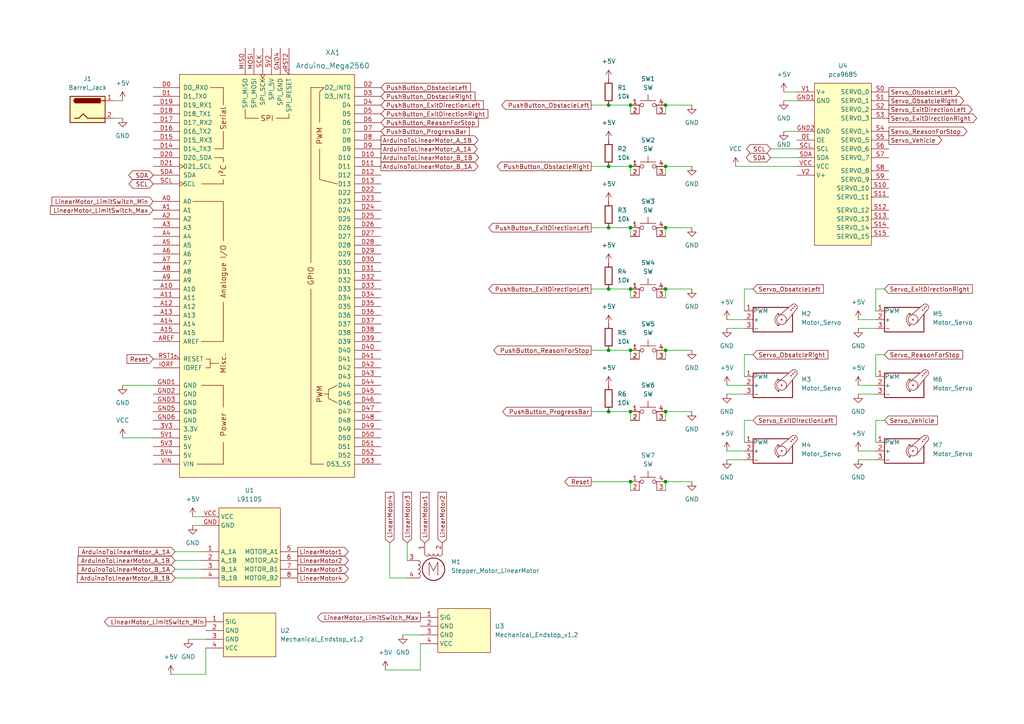
<source format=kicad_sch>
(kicad_sch (version 20211123) (generator eeschema)
  (paper "A4")
  (title_block (title "Tactile display for situation awareness") (date "2023-03-16") (rev "1.5"))
  (lib_symbols
    (symbol "Connector:Barrel_Jack" (pin_names (offset 1.016))
      (property "Reference" "J" (at 0 5.334 0))
      (property "Value" "Barrel_Jack" (at 0 -5.08 0))
      (symbol "Barrel_Jack_0_1"
        (rectangle (start -5.08 3.81) (end 5.08 -3.81) (stroke (width 0.254)) (fill (type background)))
        (arc (start -3.302 3.175) (mid -3.937 2.54) (end -3.302 1.905) (stroke (width 0.254)))
        (arc (start -3.302 3.175) (mid -3.937 2.54) (end -3.302 1.905) (stroke (width 0.254)) (fill (type outline)))
        (polyline (pts (xy 5.08 2.54) (xy 3.81 2.54)) (stroke (width 0.254)))
        (polyline (pts (xy -3.81 -2.54) (xy -2.54 -2.54) (xy -1.27 -1.27) (xy 0 -2.54) (xy 2.54 -2.54) (xy 5.08 -2.54)) (stroke (width 0.254)))
        (rectangle (start 3.683 3.175) (end -3.302 1.905) (stroke (width 0.254)) (fill (type outline)))
      )
      (symbol "Barrel_Jack_1_1"
        (pin passive line (at 7.62 2.54 180) (length 2.54) (name "~") (number "1"))
        (pin passive line (at 7.62 -2.54 180) (length 2.54) (name "~") (number "2"))
      )
    )
    (symbol "Device:R" (pin_numbers hide) (pin_names (offset 0))
      (property "Reference" "R" (at 2.032 0 90))
      (property "Value" "R" (at 0 0 90))
      (symbol "R_0_1"
        (rectangle (start -1.016 -2.54) (end 1.016 2.54) (stroke (width 0.254)))
      )
      (symbol "R_1_1"
        (pin passive line (at 0 3.81 270) (length 1.27) (name "~") (number "1"))
        (pin passive line (at 0 -3.81 90) (length 1.27) (name "~") (number "2"))
      )
    )
    (symbol "Motor:Motor_Servo" (pin_names (offset 0.0254))
      (property "Reference" "M" (at -5.08 4.445 0))
      (property "Value" "Motor_Servo" (at -5.08 -4.064 0))
      (symbol "Motor_Servo_0_1"
        (polyline (pts (xy 2.413 -1.778) (xy 2.032 -1.778)))
        (polyline (pts (xy 2.413 -1.778) (xy 2.286 -1.397)))
        (polyline (pts (xy 2.413 1.778) (xy 1.905 1.778)))
        (polyline (pts (xy 2.413 1.778) (xy 2.286 1.397)))
        (polyline (pts (xy 6.35 4.445) (xy 2.54 1.27)))
        (polyline (pts (xy 7.62 3.175) (xy 4.191 -1.016)))
        (polyline (pts (xy 5.08 3.556) (xy -5.08 3.556) (xy -5.08 -3.556) (xy 6.35 -3.556) (xy 6.35 1.524)) (stroke (width 0.254)))
        (arc (start 2.413 1.778) (mid 1.2406 0) (end 2.413 -1.778))
        (circle (center 3.175 0) (radius 0.1778))
        (circle (center 3.175 0) (radius 1.4224))
        (circle (center 5.969 2.794) (radius 0.127))
        (circle (center 6.477 3.302) (radius 0.127))
        (circle (center 6.985 3.81) (radius 0.127))
        (arc (start 7.62 3.175) (mid 7.4485 4.2735) (end 6.35 4.445))
      )
      (symbol "Motor_Servo_1_1"
        (pin passive line (at -7.62 2.54 0) (length 2.54) (name "PWM") (number "1"))
        (pin passive line (at -7.62 0 0) (length 2.54) (name "+") (number "2"))
        (pin passive line (at -7.62 -2.54 0) (length 2.54) (name "-") (number "3"))
      )
    )
    (symbol "Motor:Stepper_Motor_bipolar" (pin_names (offset 0) hide)
      (property "Reference" "M" (at 3.81 2.54 0))
      (property "Value" "Stepper_Motor_bipolar" (at 3.81 1.27 0))
      (symbol "Stepper_Motor_bipolar_0_0"
        (polyline (pts (xy -1.27 -1.778) (xy -1.27 2.032) (xy 0 -0.508) (xy 1.27 2.032) (xy 1.27 -1.778)))
      )
      (symbol "Stepper_Motor_bipolar_0_1"
        (arc (start -4.445 -2.54) (mid -3.81 -1.905) (end -4.445 -1.27))
        (arc (start -4.445 -1.27) (mid -3.81 -0.635) (end -4.445 0))
        (arc (start -4.445 0) (mid -3.81 0.635) (end -4.445 1.27))
        (arc (start -4.445 1.27) (mid -3.81 1.905) (end -4.445 2.54))
        (arc (start -2.54 4.445) (mid -1.905 3.81) (end -1.27 4.445))
        (arc (start -1.27 4.445) (mid -0.635 3.81) (end 0 4.445))
        (polyline (pts (xy -5.08 -2.54) (xy -4.445 -2.54)))
        (polyline (pts (xy -5.08 2.54) (xy -4.445 2.54)))
        (polyline (pts (xy -2.54 5.08) (xy -2.54 4.445)))
        (polyline (pts (xy 2.54 5.08) (xy 2.54 4.445)))
        (circle (center 0 0) (radius 3.2512) (stroke (width 0.254)))
        (arc (start 0 4.445) (mid 0.635 3.81) (end 1.27 4.445))
        (arc (start 1.27 4.445) (mid 1.905 3.81) (end 2.54 4.445))
      )
      (symbol "Stepper_Motor_bipolar_1_1"
        (pin passive line (at -2.54 7.62 270) (length 2.54) (name "~") (number "1"))
        (pin passive line (at 2.54 7.62 270) (length 2.54) (name "-") (number "2"))
        (pin passive line (at -7.62 2.54 0) (length 2.54) (name "~") (number "3"))
        (pin passive line (at -7.62 -2.54 0) (length 2.54) (name "~") (number "4"))
      )
    )
    (symbol "Tactile_Display_Symbol_Library:L9110S"
      (property "Reference" "U" (at 0 0 0))
      (property "Value" "L9110S" (at 0 0 0))
      (symbol "L9110S_0_1"
        (rectangle (start -8.89 -1.27) (end 8.89 -24.13) (fill (type background)))
      )
      (symbol "L9110S_1_1"
        (pin input line (at -13.97 -13.97 0) (length 5.08) (name "A_1A") (number "1"))
        (pin input line (at -13.97 -16.51 0) (length 5.08) (name "A_1B") (number "2"))
        (pin input line (at -13.97 -19.05 0) (length 5.08) (name "B_1A") (number "3"))
        (pin input line (at -13.97 -21.59 0) (length 5.08) (name "B_1B") (number "4"))
        (pin output line (at 13.97 -13.97 180) (length 5.08) (name "MOTOR_A1") (number "5"))
        (pin output line (at 13.97 -16.51 180) (length 5.08) (name "MOTOR_A2") (number "6"))
        (pin output line (at 13.97 -19.05 180) (length 5.08) (name "MOTOR_B1") (number "7"))
        (pin output line (at 13.97 -21.59 180) (length 5.08) (name "MOTOR_B2") (number "8"))
        (pin input line (at -13.97 -6.35 0) (length 5.08) (name "GND") (number "GND"))
        (pin input line (at -13.97 -3.81 0) (length 5.08) (name "VCC") (number "VCC"))
      )
    )
    (symbol "Tactile_Display_Symbol_Library:Mechanical_Endstop_v1.2"
      (property "Reference" "U" (at 0 0 0))
      (property "Value" "Mechanical_Endstop_v1.2" (at 0 0 0))
      (symbol "Mechanical_Endstop_v1.2_0_1"
        (rectangle (start -7.62 -2.54) (end 7.62 -15.24) (fill (type background)))
      )
      (symbol "Mechanical_Endstop_v1.2_1_1"
        (pin output line (at -12.7 -5.08 0) (length 5.08) (name "SIG") (number "1"))
        (pin input line (at -12.7 -7.62 0) (length 5.08) (name "GND") (number "2"))
        (pin input line (at -12.7 -10.16 0) (length 5.08) (name "GND") (number "3"))
        (pin input line (at -12.7 -12.7 0) (length 5.08) (name "VCC") (number "4"))
      )
    )
    (symbol "Tactile_Display_Symbol_Library:SW" (pin_names (offset 1.016) hide)
      (property "Reference" "SW" (at 0.635 5.715 0))
      (property "Value" "SW" (at 0 -3.175 0))
      (symbol "SW_0_1"
        (circle (center -1.778 2.54) (radius 0.508))
        (polyline (pts (xy -2.286 3.81) (xy 2.286 3.81)))
        (polyline (pts (xy 0 3.81) (xy 0 5.588)))
        (polyline (pts (xy -2.54 0) (xy -2.54 2.54) (xy -2.286 2.54)))
        (polyline (pts (xy 2.54 0) (xy 2.54 2.54) (xy 2.286 2.54)))
        (circle (center 1.778 2.54) (radius 0.508))
        (pin passive line (at -5.08 2.54 0) (length 2.54) (name "1") (number "1"))
        (pin passive line (at -5.08 0 0) (length 2.54) (name "2") (number "2"))
        (pin passive line (at 5.08 0 180) (length 2.54) (name "K") (number "3"))
        (pin passive line (at 5.08 2.54 180) (length 2.54) (name "A") (number "4"))
      )
    )
    (symbol "Tactile_Display_Symbol_Library:pca9685"
      (property "Reference" "U" (at 0 0 0))
      (property "Value" "pca9685" (at 0 0 0))
      (symbol "pca9685_0_1"
        (rectangle (start -7.62 -2.54) (end 8.89 -49.53) (fill (type background)))
      )
      (symbol "pca9685_1_1"
        (pin input line (at -12.7 -7.62 0) (length 5.08) (name "GND") (number "GND1"))
        (pin input line (at -12.7 -16.51 0) (length 5.08) (name "GND") (number "GND2"))
        (pin input line (at -12.7 -19.05 0) (length 5.08) (name "OE") (number "OE"))
        (pin output line (at 13.97 -5.08 180) (length 5.08) (name "SERVO_0") (number "S0"))
        (pin output line (at 13.97 -7.62 180) (length 5.08) (name "SERVO_1") (number "S1"))
        (pin output line (at 13.97 -33.02 180) (length 5.08) (name "SERVO_10") (number "S10"))
        (pin output line (at 13.97 -35.56 180) (length 5.08) (name "SERVO_11") (number "S11"))
        (pin output line (at 13.97 -39.37 180) (length 5.08) (name "SERVO_12") (number "S12"))
        (pin output line (at 13.97 -41.91 180) (length 5.08) (name "SERVO_13") (number "S13"))
        (pin output line (at 13.97 -44.45 180) (length 5.08) (name "SERVO_14") (number "S14"))
        (pin output line (at 13.97 -46.99 180) (length 5.08) (name "SERVO_15") (number "S15"))
        (pin output line (at 13.97 -10.16 180) (length 5.08) (name "SERVO_2") (number "S2"))
        (pin output line (at 13.97 -12.7 180) (length 5.08) (name "SERVO_3") (number "S3"))
        (pin output line (at 13.97 -16.51 180) (length 5.08) (name "SERVO_4") (number "S4"))
        (pin output line (at 13.97 -19.05 180) (length 5.08) (name "SERVO_5") (number "S5"))
        (pin output line (at 13.97 -21.59 180) (length 5.08) (name "SERVO_6") (number "S6"))
        (pin output line (at 13.97 -24.13 180) (length 5.08) (name "SERVO_7") (number "S7"))
        (pin output line (at 13.97 -27.94 180) (length 5.08) (name "SERVO_8") (number "S8"))
        (pin output line (at 13.97 -30.48 180) (length 5.08) (name "SERVO_9") (number "S9"))
        (pin input line (at -12.7 -21.59 0) (length 5.08) (name "SCL") (number "SCL"))
        (pin input line (at -12.7 -24.13 0) (length 5.08) (name "SDA") (number "SDA"))
        (pin input line (at -12.7 -5.08 0) (length 5.08) (name "V+") (number "V1"))
        (pin input line (at -12.7 -29.21 0) (length 5.08) (name "V+") (number "V2"))
        (pin input line (at -12.7 -26.67 0) (length 5.08) (name "VCC") (number "VCC"))
      )
    )
    (symbol "arduino:Arduino_Mega2560_Shield" (pin_names (offset 1.016))
      (property "Reference" "XA" (at 2.54 0 90))
      (property "Value" "Arduino_Mega2560_Shield" (at -2.54 0 90))
      (symbol "Arduino_Mega2560_Shield_0_0"
        (rectangle (start -25.4 -58.42) (end 25.4 58.42) (fill (type background)))
        (rectangle (start -20.32 -54.61) (end -12.7 -54.61))
        (rectangle (start -19.05 -31.75) (end -12.7 -31.75))
        (rectangle (start -19.05 -19.05) (end -12.7 -19.05))
        (rectangle (start -19.05 26.67) (end -12.7 26.67))
        (rectangle (start -17.78 -26.67) (end -16.51 -26.67))
        (rectangle (start -17.78 -24.13) (end -16.51 -24.13))
        (rectangle (start -16.51 -25.4) (end -13.97 -25.4))
        (rectangle (start -16.51 -24.13) (end -16.51 -26.67))
        (rectangle (start -16.51 54.61) (end -12.7 54.61))
        (rectangle (start -15.24 34.29) (end -12.7 34.29))
        (rectangle (start -15.24 36.83) (end -12.7 36.83))
        (rectangle (start -12.7 -54.61) (end -12.7 -48.26))
        (rectangle (start -12.7 -31.75) (end -12.7 -38.1))
        (rectangle (start -12.7 26.67) (end -12.7 27.94))
        (rectangle (start -12.7 34.29) (end -12.7 33.02))
        (rectangle (start -12.7 41.91) (end -12.7 36.83))
        (rectangle (start -12.7 49.53) (end -12.7 54.61))
        (rectangle (start -6.35 48.26) (end -6.35 45.72))
        (rectangle (start -2.54 45.72) (end -6.35 45.72))
        (polyline (pts (xy -21.59 21.59) (xy -12.7 21.59)))
        (polyline (pts (xy -12.7 -19.05) (xy -12.7 -7.62)))
        (polyline (pts (xy -12.7 10.16) (xy -12.7 21.59)))
        (polyline (pts (xy 12.7 -54.61) (xy 16.51 -54.61)))
        (polyline (pts (xy 12.7 54.61) (xy 16.51 54.61)))
        (polyline (pts (xy 17.78 -34.29) (xy 16.51 -34.29)))
        (polyline (pts (xy 15.24 36.83) (xy 15.24 27.94) (xy 20.32 26.67)))
        (polyline (pts (xy 15.24 44.45) (xy 15.24 53.34) (xy 16.51 54.61)))
        (polyline (pts (xy 20.32 -31.75) (xy 17.78 -33.02) (xy 17.78 -35.56) (xy 20.32 -36.83)))
        (rectangle (start 6.35 45.72) (end 2.54 45.72))
        (rectangle (start 6.35 46.99) (end 6.35 45.72))
        (text "Analogue I/O" (at -12.7 1.27 900) (effects (font (size 1.524 1.524))))
        (text "I²C" (at -12.7 30.48 900) (effects (font (size 1.524 1.524))))
        (text "Misc." (at -12.7 -25.4 900) (effects (font (size 1.524 1.524))))
        (text "Power" (at -12.7 -43.18 900) (effects (font (size 1.524 1.524))))
        (text "PWM" (at 15.24 -34.29 900) (effects (font (size 1.524 1.524))))
        (text "PWM" (at 15.24 40.64 900) (effects (font (size 1.524 1.524))))
        (text "Serial" (at -12.7 45.72 900) (effects (font (size 1.524 1.524))))
        (text "SPI" (at 0 45.72 0) (effects (font (size 1.524 1.524))))
      )
      (symbol "Arduino_Mega2560_Shield_1_0"
        (rectangle (start 12.7 -54.61) (end 12.7 -3.81))
        (rectangle (start 12.7 54.61) (end 12.7 3.81))
        (text "GPIO" (at 12.7 0 900) (effects (font (size 1.524 1.524))))
      )
      (symbol "Arduino_Mega2560_Shield_1_1"
        (pin power_out line (at -33.02 -44.45 0) (length 7.62) (name "3.3V") (number "3V3"))
        (pin power_in line (at -33.02 -46.99 0) (length 7.62) (name "5V") (number "5V1"))
        (pin power_in line (at 1.27 66.04 270) (length 7.62) (name "SPI_5V") (number "5V2"))
        (pin power_in line (at -33.02 -49.53 0) (length 7.62) (name "5V") (number "5V3"))
        (pin power_in line (at -33.02 -52.07 0) (length 7.62) (name "5V") (number "5V4"))
        (pin bidirectional line (at -33.02 21.59 0) (length 7.62) (name "A0") (number "A0"))
        (pin bidirectional line (at -33.02 19.05 0) (length 7.62) (name "A1") (number "A1"))
        (pin bidirectional line (at -33.02 -3.81 0) (length 7.62) (name "A10") (number "A10"))
        (pin bidirectional line (at -33.02 -6.35 0) (length 7.62) (name "A11") (number "A11"))
        (pin bidirectional line (at -33.02 -8.89 0) (length 7.62) (name "A12") (number "A12"))
        (pin bidirectional line (at -33.02 -11.43 0) (length 7.62) (name "A13") (number "A13"))
        (pin bidirectional line (at -33.02 -13.97 0) (length 7.62) (name "A14") (number "A14"))
        (pin bidirectional line (at -33.02 -16.51 0) (length 7.62) (name "A15") (number "A15"))
        (pin bidirectional line (at -33.02 16.51 0) (length 7.62) (name "A2") (number "A2"))
        (pin bidirectional line (at -33.02 13.97 0) (length 7.62) (name "A3") (number "A3"))
        (pin bidirectional line (at -33.02 11.43 0) (length 7.62) (name "A4") (number "A4"))
        (pin bidirectional line (at -33.02 8.89 0) (length 7.62) (name "A5") (number "A5"))
        (pin bidirectional line (at -33.02 6.35 0) (length 7.62) (name "A6") (number "A6"))
        (pin bidirectional line (at -33.02 3.81 0) (length 7.62) (name "A7") (number "A7"))
        (pin bidirectional line (at -33.02 1.27 0) (length 7.62) (name "A8") (number "A8"))
        (pin bidirectional line (at -33.02 -1.27 0) (length 7.62) (name "A9") (number "A9"))
        (pin input line (at -33.02 -19.05 0) (length 7.62) (name "AREF") (number "AREF"))
        (pin bidirectional line (at -33.02 54.61 0) (length 7.62) (name "D0_RX0") (number "D0"))
        (pin bidirectional line (at -33.02 52.07 0) (length 7.62) (name "D1_TX0") (number "D1"))
        (pin bidirectional line (at 33.02 34.29 180) (length 7.62) (name "D10") (number "D10"))
        (pin bidirectional line (at 33.02 31.75 180) (length 7.62) (name "D11") (number "D11"))
        (pin bidirectional line (at 33.02 29.21 180) (length 7.62) (name "D12") (number "D12"))
        (pin bidirectional line (at 33.02 26.67 180) (length 7.62) (name "D13") (number "D13"))
        (pin bidirectional line (at -33.02 36.83 0) (length 7.62) (name "D14_TX3") (number "D14"))
        (pin bidirectional line (at -33.02 39.37 0) (length 7.62) (name "D15_RX3") (number "D15"))
        (pin bidirectional line (at -33.02 41.91 0) (length 7.62) (name "D16_TX2") (number "D16"))
        (pin bidirectional line (at -33.02 44.45 0) (length 7.62) (name "D17_RX2") (number "D17"))
        (pin bidirectional line (at -33.02 46.99 0) (length 7.62) (name "D18_TX1") (number "D18"))
        (pin bidirectional line (at -33.02 49.53 0) (length 7.62) (name "D19_RX1") (number "D19"))
        (pin bidirectional line (at 33.02 54.61 180) (length 7.62) (name "D2_INT0") (number "D2"))
        (pin bidirectional line (at -33.02 34.29 0) (length 7.62) (name "D20_SDA") (number "D20"))
        (pin bidirectional clock (at -33.02 31.75 0) (length 7.62) (name "D21_SCL") (number "D21"))
        (pin bidirectional line (at 33.02 24.13 180) (length 7.62) (name "D22") (number "D22"))
        (pin bidirectional line (at 33.02 21.59 180) (length 7.62) (name "D23") (number "D23"))
        (pin bidirectional line (at 33.02 19.05 180) (length 7.62) (name "D24") (number "D24"))
        (pin bidirectional line (at 33.02 16.51 180) (length 7.62) (name "D25") (number "D25"))
        (pin bidirectional line (at 33.02 13.97 180) (length 7.62) (name "D26") (number "D26"))
        (pin bidirectional line (at 33.02 11.43 180) (length 7.62) (name "D27") (number "D27"))
        (pin bidirectional line (at 33.02 8.89 180) (length 7.62) (name "D28") (number "D28"))
        (pin bidirectional line (at 33.02 6.35 180) (length 7.62) (name "D29") (number "D29"))
        (pin bidirectional line (at 33.02 52.07 180) (length 7.62) (name "D3_INT1") (number "D3"))
        (pin bidirectional line (at 33.02 3.81 180) (length 7.62) (name "D30") (number "D30"))
        (pin bidirectional line (at 33.02 1.27 180) (length 7.62) (name "D31") (number "D31"))
        (pin bidirectional line (at 33.02 -1.27 180) (length 7.62) (name "D32") (number "D32"))
        (pin bidirectional line (at 33.02 -3.81 180) (length 7.62) (name "D33") (number "D33"))
        (pin bidirectional line (at 33.02 -6.35 180) (length 7.62) (name "D34") (number "D34"))
        (pin bidirectional line (at 33.02 -8.89 180) (length 7.62) (name "D35") (number "D35"))
        (pin bidirectional line (at 33.02 -11.43 180) (length 7.62) (name "D36") (number "D36"))
        (pin bidirectional line (at 33.02 -13.97 180) (length 7.62) (name "D37") (number "D37"))
        (pin bidirectional line (at 33.02 -16.51 180) (length 7.62) (name "D38") (number "D38"))
        (pin bidirectional line (at 33.02 -19.05 180) (length 7.62) (name "D39") (number "D39"))
        (pin bidirectional line (at 33.02 49.53 180) (length 7.62) (name "D4") (number "D4"))
        (pin bidirectional line (at 33.02 -21.59 180) (length 7.62) (name "D40") (number "D40"))
        (pin bidirectional line (at 33.02 -24.13 180) (length 7.62) (name "D41") (number "D41"))
        (pin bidirectional line (at 33.02 -26.67 180) (length 7.62) (name "D42") (number "D42"))
        (pin bidirectional line (at 33.02 -29.21 180) (length 7.62) (name "D43") (number "D43"))
        (pin bidirectional line (at 33.02 -31.75 180) (length 7.62) (name "D44") (number "D44"))
        (pin bidirectional line (at 33.02 -34.29 180) (length 7.62) (name "D45") (number "D45"))
        (pin bidirectional line (at 33.02 -36.83 180) (length 7.62) (name "D46") (number "D46"))
        (pin bidirectional line (at 33.02 -39.37 180) (length 7.62) (name "D47") (number "D47"))
        (pin bidirectional line (at 33.02 -41.91 180) (length 7.62) (name "D48") (number "D48"))
        (pin bidirectional line (at 33.02 -44.45 180) (length 7.62) (name "D49") (number "D49"))
        (pin bidirectional line (at 33.02 46.99 180) (length 7.62) (name "D5") (number "D5"))
        (pin bidirectional line (at 33.02 -46.99 180) (length 7.62) (name "D50") (number "D50"))
        (pin bidirectional line (at 33.02 -49.53 180) (length 7.62) (name "D51") (number "D51"))
        (pin bidirectional line (at 33.02 -52.07 180) (length 7.62) (name "D52") (number "D52"))
        (pin bidirectional line (at 33.02 -54.61 180) (length 7.62) (name "D53_SS") (number "D53"))
        (pin bidirectional line (at 33.02 44.45 180) (length 7.62) (name "D6") (number "D6"))
        (pin bidirectional line (at 33.02 41.91 180) (length 7.62) (name "D7") (number "D7"))
        (pin bidirectional line (at 33.02 39.37 180) (length 7.62) (name "D8") (number "D8"))
        (pin bidirectional line (at 33.02 36.83 180) (length 7.62) (name "D9") (number "D9"))
        (pin power_in line (at -33.02 -31.75 0) (length 7.62) (name "GND") (number "GND1"))
        (pin power_in line (at -33.02 -34.29 0) (length 7.62) (name "GND") (number "GND2"))
        (pin power_in line (at -33.02 -36.83 0) (length 7.62) (name "GND") (number "GND3"))
        (pin power_in line (at 3.81 66.04 270) (length 7.62) (name "SPI_GND") (number "GND4"))
        (pin power_in line (at -33.02 -39.37 0) (length 7.62) (name "GND") (number "GND5"))
        (pin power_in line (at -33.02 -41.91 0) (length 7.62) (name "GND") (number "GND6"))
        (pin output line (at -33.02 -26.67 0) (length 7.62) (name "IOREF") (number "IORF"))
        (pin input line (at -6.35 66.04 270) (length 7.62) (name "SPI_MISO") (number "MISO"))
        (pin output line (at -3.81 66.04 270) (length 7.62) (name "SPI_MOSI") (number "MOSI"))
        (pin open_collector input_low (at -33.02 -24.13 0) (length 7.62) (name "RESET") (number "RST1"))
        (pin open_collector input_low (at 6.35 66.04 270) (length 7.62) (name "SPI_RESET") (number "RST2"))
        (pin output clock (at -1.27 66.04 270) (length 7.62) (name "SPI_SCK") (number "SCK"))
        (pin bidirectional clock (at -33.02 26.67 0) (length 7.62) (name "SCL") (number "SCL"))
        (pin bidirectional line (at -33.02 29.21 0) (length 7.62) (name "SDA") (number "SDA"))
        (pin power_in line (at -33.02 -54.61 0) (length 7.62) (name "VIN") (number "VIN"))
      )
    )
    (symbol "power:+5V" (power) (pin_names (offset 0))
      (property "Value" "+5V" (at 0 3.556 0))
      (symbol "+5V_0_1"
        (polyline (pts (xy -0.762 1.27) (xy 0 2.54)))
        (polyline (pts (xy 0 0) (xy 0 2.54)))
        (polyline (pts (xy 0 2.54) (xy 0.762 1.27)))
      )
      (symbol "+5V_1_1"
        (pin power_in line (at 0 0 90) (length 0) hide (name "+5V") (number "1"))
      )
    )
    (symbol "power:GND" (power) (pin_names (offset 0))
      (property "Value" "GND" (at 0 -3.81 0))
      (symbol "GND_0_1"
        (polyline (pts (xy 0 0) (xy 0 -1.27) (xy 1.27 -1.27) (xy 0 -2.54) (xy -1.27 -1.27) (xy 0 -1.27)))
      )
      (symbol "GND_1_1"
        (pin power_in line (at 0 0 270) (length 0) hide (name "GND") (number "1"))
      )
    )
    (symbol "power:VCC" (power) (pin_names (offset 0))
      (property "Value" "VCC" (at 0 3.81 0))
      (symbol "VCC_0_1"
        (polyline (pts (xy -0.762 1.27) (xy 0 2.54)))
        (polyline (pts (xy 0 0) (xy 0 2.54)))
        (polyline (pts (xy 0 2.54) (xy 0.762 1.27)))
      )
      (symbol "VCC_1_1"
        (pin power_in line (at 0 0 90) (length 0) hide (name "VCC") (number "1"))
      )
    )
  )
  (junction (at 176.53 101.6))
  (junction (at 193.04 66.04))
  (junction (at 176.53 66.04))
  (junction (at 182.88 139.7))
  (junction (at 176.53 119.38))
  (junction (at 176.53 83.82))
  (junction (at 182.88 119.38))
  (junction (at 193.04 119.38))
  (junction (at 182.88 83.82))
  (junction (at 182.88 101.6))
  (junction (at 193.04 83.82))
  (junction (at 182.88 48.26))
  (junction (at 176.53 30.48))
  (junction (at 182.88 30.48))
  (junction (at 182.88 66.04))
  (junction (at 193.04 139.7))
  (junction (at 193.04 48.26))
  (junction (at 176.53 48.26))
  (junction (at 193.04 101.6))
  (junction (at 193.04 30.48))
  (wire (pts (xy 176.53 48.26) (xy 182.88 48.26)))
  (wire (pts (xy 176.53 83.82) (xy 182.88 83.82)))
  (wire (pts (xy 248.92 92.71) (xy 254 92.71)))
  (wire (pts (xy 215.9 121.92) (xy 218.44 121.92)))
  (wire (pts (xy 248.92 133.35) (xy 254 133.35)))
  (wire (pts (xy 33.02 29.21) (xy 35.56 29.21)))
  (wire (pts (xy 59.69 195.58) (xy 49.53 195.58)))
  (wire (pts (xy 176.53 101.6) (xy 182.88 101.6)))
  (wire (pts (xy 193.04 50.8) (xy 193.04 48.26)))
  (wire (pts (xy 121.92 186.69) (xy 121.92 194.31)))
  (wire (pts (xy 193.04 119.38) (xy 200.66 119.38)))
  (wire (pts (xy 193.04 104.14) (xy 193.04 101.6)))
  (wire (pts (xy 254 121.92) (xy 256.54 121.92)))
  (wire (pts (xy 210.82 133.35) (xy 215.9 133.35)))
  (wire (pts (xy 33.02 34.29) (xy 35.56 34.29)))
  (wire (pts (xy 50.8 167.64) (xy 58.42 167.64)))
  (wire (pts (xy 182.88 66.04) (xy 182.88 68.58)))
  (wire (pts (xy 248.92 130.81) (xy 254 130.81)))
  (wire (pts (xy 35.56 127) (xy 44.45 127)))
  (wire (pts (xy 171.45 119.38) (xy 176.53 119.38)))
  (wire (pts (xy 193.04 66.04) (xy 200.66 66.04)))
  (wire (pts (xy 193.04 86.36) (xy 193.04 83.82)))
  (wire (pts (xy 54.61 185.42) (xy 59.69 185.42)))
  (wire (pts (xy 121.92 194.31) (xy 111.76 194.31)))
  (wire (pts (xy 113.03 157.48) (xy 113.03 167.64)))
  (wire (pts (xy 223.52 43.18) (xy 231.14 43.18)))
  (wire (pts (xy 193.04 30.48) (xy 200.66 30.48)))
  (wire (pts (xy 171.45 48.26) (xy 176.53 48.26)))
  (wire (pts (xy 55.88 152.4) (xy 58.42 152.4)))
  (wire (pts (xy 223.52 45.72) (xy 231.14 45.72)))
  (wire (pts (xy 210.82 114.3) (xy 215.9 114.3)))
  (wire (pts (xy 50.8 162.56) (xy 58.42 162.56)))
  (wire (pts (xy 210.82 95.25) (xy 215.9 95.25)))
  (wire (pts (xy 182.88 30.48) (xy 182.88 33.02)))
  (wire (pts (xy 193.04 101.6) (xy 200.66 101.6)))
  (wire (pts (xy 176.53 66.04) (xy 182.88 66.04)))
  (wire (pts (xy 227.33 38.1) (xy 231.14 38.1)))
  (wire (pts (xy 171.45 139.7) (xy 182.88 139.7)))
  (wire (pts (xy 113.03 167.64) (xy 118.11 167.64)))
  (wire (pts (xy 171.45 101.6) (xy 176.53 101.6)))
  (wire (pts (xy 182.88 101.6) (xy 182.88 104.14)))
  (wire (pts (xy 118.11 157.48) (xy 118.11 162.56)))
  (wire (pts (xy 215.9 128.27) (xy 215.9 121.92)))
  (wire (pts (xy 248.92 95.25) (xy 254 95.25)))
  (wire (pts (xy 193.04 83.82) (xy 200.66 83.82)))
  (wire (pts (xy 171.45 30.48) (xy 176.53 30.48)))
  (wire (pts (xy 215.9 102.87) (xy 218.44 102.87)))
  (wire (pts (xy 254 128.27) (xy 254 121.92)))
  (wire (pts (xy 182.88 119.38) (xy 182.88 121.92)))
  (wire (pts (xy 50.8 165.1) (xy 58.42 165.1)))
  (wire (pts (xy 254 90.17) (xy 254 83.82)))
  (wire (pts (xy 182.88 83.82) (xy 182.88 86.36)))
  (wire (pts (xy 215.9 83.82) (xy 218.44 83.82)))
  (wire (pts (xy 215.9 90.17) (xy 215.9 83.82)))
  (wire (pts (xy 116.84 184.15) (xy 121.92 184.15)))
  (wire (pts (xy 176.53 119.38) (xy 182.88 119.38)))
  (wire (pts (xy 210.82 130.81) (xy 215.9 130.81)))
  (wire (pts (xy 193.04 68.58) (xy 193.04 66.04)))
  (wire (pts (xy 55.88 149.86) (xy 58.42 149.86)))
  (wire (pts (xy 35.56 111.76) (xy 44.45 111.76)))
  (wire (pts (xy 171.45 83.82) (xy 176.53 83.82)))
  (wire (pts (xy 210.82 92.71) (xy 215.9 92.71)))
  (wire (pts (xy 193.04 48.26) (xy 200.66 48.26)))
  (wire (pts (xy 193.04 33.02) (xy 193.04 30.48)))
  (wire (pts (xy 227.33 26.67) (xy 231.14 26.67)))
  (wire (pts (xy 254 102.87) (xy 256.54 102.87)))
  (wire (pts (xy 182.88 139.7) (xy 182.88 142.24)))
  (wire (pts (xy 50.8 160.02) (xy 58.42 160.02)))
  (wire (pts (xy 193.04 121.92) (xy 193.04 119.38)))
  (wire (pts (xy 171.45 66.04) (xy 176.53 66.04)))
  (wire (pts (xy 59.69 187.96) (xy 59.69 195.58)))
  (wire (pts (xy 254 83.82) (xy 256.54 83.82)))
  (wire (pts (xy 215.9 109.22) (xy 215.9 102.87)))
  (wire (pts (xy 193.04 139.7) (xy 200.66 139.7)))
  (wire (pts (xy 254 109.22) (xy 254 102.87)))
  (wire (pts (xy 227.33 29.21) (xy 231.14 29.21)))
  (wire (pts (xy 213.36 48.26) (xy 231.14 48.26)))
  (wire (pts (xy 182.88 48.26) (xy 182.88 50.8)))
  (wire (pts (xy 193.04 142.24) (xy 193.04 139.7)))
  (wire (pts (xy 248.92 114.3) (xy 254 114.3)))
  (wire (pts (xy 248.92 111.76) (xy 254 111.76)))
  (wire (pts (xy 176.53 30.48) (xy 182.88 30.48)))
  (wire (pts (xy 210.82 111.76) (xy 215.9 111.76)))
  (global_label "Servo_ExitDirectionLeft" (shape output) (at 257.81 31.75 0) (property "Intersheet References" "${INTERSHEET_REFS}" (effects hide)))
  (global_label "PushButton_ObstacleRight" (shape input) (at 110.49 27.94 0) (property "Intersheet References" "${INTERSHEET_REFS}" (effects hide)))
  (global_label "SDA" (shape bidirectional) (at 223.52 45.72 180) (property "Intersheet References" "${INTERSHEET_REFS}" (effects hide)))
  (global_label "LinearMotor_LimitSwitch_Max" (shape input) (at 44.45 60.96 180) (property "Intersheet References" "${INTERSHEET_REFS}" (effects hide)))
  (global_label "PushButton_ExitDirectionLeft" (shape output) (at 171.45 83.82 180) (property "Intersheet References" "${INTERSHEET_REFS}" (effects hide)))
  (global_label "Reset" (shape output) (at 171.45 139.7 180) (property "Intersheet References" "${INTERSHEET_REFS}" (effects hide)))
  (global_label "LinearMotor2" (shape input) (at 128.27 157.48 90) (property "Intersheet References" "${INTERSHEET_REFS}" (effects hide)))
  (global_label "Servo_ObsatcleLeft" (shape input) (at 218.44 83.82 0) (property "Intersheet References" "${INTERSHEET_REFS}" (effects hide)))
  (global_label "LinearMotor_LimitSwitch_Min" (shape input) (at 44.45 58.42 180) (property "Intersheet References" "${INTERSHEET_REFS}" (effects hide)))
  (global_label "LinearMotor2" (shape output) (at 86.36 162.56 0) (property "Intersheet References" "${INTERSHEET_REFS}" (effects hide)))
  (global_label "LinearMotor_LimitSwitch_Max" (shape output) (at 121.92 179.07 180) (property "Intersheet References" "${INTERSHEET_REFS}" (effects hide)))
  (global_label "PushButton_ReasonForStop" (shape output) (at 171.45 101.6 180) (property "Intersheet References" "${INTERSHEET_REFS}" (effects hide)))
  (global_label "LinearMotor1" (shape output) (at 86.36 160.02 0) (property "Intersheet References" "${INTERSHEET_REFS}" (effects hide)))
  (global_label "LinearMotor4" (shape output) (at 86.36 167.64 0) (property "Intersheet References" "${INTERSHEET_REFS}" (effects hide)))
  (global_label "PushButton_ExitDirectionLeft" (shape output) (at 171.45 66.04 180) (property "Intersheet References" "${INTERSHEET_REFS}" (effects hide)))
  (global_label "PushButton_ObstacleRight" (shape output) (at 171.45 48.26 180) (property "Intersheet References" "${INTERSHEET_REFS}" (effects hide)))
  (global_label "PushButton_ExitDirectionLeft" (shape input) (at 110.49 30.48 0) (property "Intersheet References" "${INTERSHEET_REFS}" (effects hide)))
  (global_label "ArduinoToLinearMotor_A_1B" (shape output) (at 110.49 40.64 0) (property "Intersheet References" "${INTERSHEET_REFS}" (effects hide)))
  (global_label "Servo_ExitDirectionLeft" (shape input) (at 218.44 121.92 0) (property "Intersheet References" "${INTERSHEET_REFS}" (effects hide)))
  (global_label "Servo_ReasonForStop" (shape input) (at 256.54 102.87 0) (property "Intersheet References" "${INTERSHEET_REFS}" (effects hide)))
  (global_label "Servo_ReasonForStop" (shape output) (at 257.81 38.1 0) (property "Intersheet References" "${INTERSHEET_REFS}" (effects hide)))
  (global_label "LinearMotor1" (shape input) (at 123.19 157.48 90) (property "Intersheet References" "${INTERSHEET_REFS}" (effects hide)))
  (global_label "PushButton_ReasonForStop" (shape input) (at 110.49 35.56 0) (property "Intersheet References" "${INTERSHEET_REFS}" (effects hide)))
  (global_label "LinearMotor4" (shape input) (at 113.03 157.48 90) (property "Intersheet References" "${INTERSHEET_REFS}" (effects hide)))
  (global_label "LinearMotor3" (shape input) (at 118.11 157.48 90) (property "Intersheet References" "${INTERSHEET_REFS}" (effects hide)))
  (global_label "Servo_ObsatcleLeft" (shape output) (at 257.81 26.67 0) (property "Intersheet References" "${INTERSHEET_REFS}" (effects hide)))
  (global_label "PushButton_ExitDirectionRight" (shape input) (at 110.49 33.02 0) (property "Intersheet References" "${INTERSHEET_REFS}" (effects hide)))
  (global_label "ArduinoToLinearMotor_B_1A" (shape input) (at 50.8 165.1 180) (property "Intersheet References" "${INTERSHEET_REFS}" (effects hide)))
  (global_label "LinearMotor3" (shape output) (at 86.36 165.1 0) (property "Intersheet References" "${INTERSHEET_REFS}" (effects hide)))
  (global_label "PushButton_ProgressBar" (shape output) (at 171.45 119.38 180) (property "Intersheet References" "${INTERSHEET_REFS}" (effects hide)))
  (global_label "ArduinoToLinearMotor_B_1B" (shape input) (at 50.8 167.64 180) (property "Intersheet References" "${INTERSHEET_REFS}" (effects hide)))
  (global_label "ArduinoToLinearMotor_B_1B" (shape output) (at 110.49 45.72 0) (property "Intersheet References" "${INTERSHEET_REFS}" (effects hide)))
  (global_label "Servo_Vehicle" (shape input) (at 256.54 121.92 0) (property "Intersheet References" "${INTERSHEET_REFS}" (effects hide)))
  (global_label "PushButton_ObstacleLeft" (shape output) (at 171.45 30.48 180) (property "Intersheet References" "${INTERSHEET_REFS}" (effects hide)))
  (global_label "PushButton_ProgressBar" (shape input) (at 110.49 38.1 0) (property "Intersheet References" "${INTERSHEET_REFS}" (effects hide)))
  (global_label "Servo_ObsatcleRight" (shape output) (at 257.81 29.21 0) (property "Intersheet References" "${INTERSHEET_REFS}" (effects hide)))
  (global_label "Servo_Vehicle" (shape output) (at 257.81 40.64 0) (property "Intersheet References" "${INTERSHEET_REFS}" (effects hide)))
  (global_label "PushButton_ObstacleLeft" (shape input) (at 110.49 25.4 0) (property "Intersheet References" "${INTERSHEET_REFS}" (effects hide)))
  (global_label "Servo_ExitDirectionRight" (shape output) (at 257.81 34.29 0) (property "Intersheet References" "${INTERSHEET_REFS}" (effects hide)))
  (global_label "ArduinoToLinearMotor_B_1A" (shape output) (at 110.49 48.26 0) (property "Intersheet References" "${INTERSHEET_REFS}" (effects hide)))
  (global_label "ArduinoToLinearMotor_A_1A" (shape input) (at 50.8 160.02 180) (property "Intersheet References" "${INTERSHEET_REFS}" (effects hide)))
  (global_label "Servo_ObsatcleRight" (shape input) (at 218.44 102.87 0) (property "Intersheet References" "${INTERSHEET_REFS}" (effects hide)))
  (global_label "Servo_ExitDirectionRight" (shape input) (at 256.54 83.82 0) (property "Intersheet References" "${INTERSHEET_REFS}" (effects hide)))
  (global_label "ArduinoToLinearMotor_A_1A" (shape output) (at 110.49 43.18 0) (property "Intersheet References" "${INTERSHEET_REFS}" (effects hide)))
  (global_label "ArduinoToLinearMotor_A_1B" (shape input) (at 50.8 162.56 180) (property "Intersheet References" "${INTERSHEET_REFS}" (effects hide)))
  (global_label "SCL" (shape bidirectional) (at 44.45 53.34 180) (property "Intersheet References" "${INTERSHEET_REFS}" (effects hide)))
  (global_label "Reset" (shape input) (at 44.45 104.14 180) (property "Intersheet References" "${INTERSHEET_REFS}" (effects hide)))
  (global_label "LinearMotor_LimitSwitch_Min" (shape output) (at 59.69 180.34 180) (property "Intersheet References" "${INTERSHEET_REFS}" (effects hide)))
  (global_label "SCL" (shape bidirectional) (at 223.52 43.18 180) (property "Intersheet References" "${INTERSHEET_REFS}" (effects hide)))
  (global_label "SDA" (shape bidirectional) (at 44.45 50.8 180) (property "Intersheet References" "${INTERSHEET_REFS}" (effects hide)))
  (symbol (lib_id "power:GND") (at 248.92 95.25 0) (unit 1)
    (property "Reference" "#PWR034" (effects hide))
    (property "Value" "GND" (at 248.92 100.33 0))
  )
  (symbol (lib_id "Tactile_Display_Symbol_Library:L9110S") (at 72.39 146.05 0) (unit 1)
    (property "Reference" "U1" (at 72.39 142.24 0))
    (property "Value" "L9110S" (at 72.39 144.78 0))
  )
  (symbol (lib_id "Connector:Barrel_Jack") (at 25.4 31.75 0) (unit 1)
    (property "Reference" "J1" (at 25.4 22.86 0))
    (property "Value" "Barrel_Jack" (at 25.4 25.4 0))
  )
  (symbol (lib_id "power:+5V") (at 35.56 29.21 0) (unit 1)
    (property "Reference" "#PWR01" (effects hide))
    (property "Value" "+5V" (at 35.56 24.13 0))
  )
  (symbol (lib_id "power:VCC") (at 35.56 127 0) (unit 1)
    (property "Reference" "#PWR04" (effects hide))
    (property "Value" "VCC" (at 35.56 121.92 0))
  )
  (symbol (lib_id "power:+5V") (at 176.53 22.86 0) (unit 1)
    (property "Reference" "#PWR011" (effects hide))
    (property "Value" "+5V" (at 176.53 17.78 0))
  )
  (symbol (lib_id "Tactile_Display_Symbol_Library:SW") (at 187.96 50.8 0) (unit 1)
    (property "Reference" "SW2" (at 187.96 40.64 0))
    (property "Value" "SW" (at 187.96 43.18 0))
  )
  (symbol (lib_id "power:+5V") (at 176.53 58.42 0) (unit 1)
    (property "Reference" "#PWR013" (effects hide))
    (property "Value" "+5V" (at 176.53 53.34 0))
  )
  (symbol (lib_id "power:+5V") (at 49.53 195.58 0) (unit 1)
    (property "Reference" "#PWR05" (effects hide))
    (property "Value" "+5V" (at 49.53 190.5 0))
  )
  (symbol (lib_id "Device:R") (at 176.53 80.01 0) (unit 1)
    (property "Reference" "R4" (at 179.07 78.7399 0) (effects (justify left)))
    (property "Value" "10k" (at 179.07 81.2799 0) (effects (justify left)))
  )
  (symbol (lib_id "Tactile_Display_Symbol_Library:SW") (at 187.96 142.24 0) (unit 1)
    (property "Reference" "SW7" (at 187.96 132.08 0))
    (property "Value" "SW" (at 187.96 134.62 0))
  )
  (symbol (lib_id "power:+5V") (at 210.82 130.81 0) (unit 1)
    (property "Reference" "#PWR027" (effects hide))
    (property "Value" "+5V" (at 210.82 125.73 0))
  )
  (symbol (lib_id "Tactile_Display_Symbol_Library:SW") (at 187.96 33.02 0) (unit 1)
    (property "Reference" "SW1" (at 187.96 22.86 0))
    (property "Value" "SW" (at 187.96 25.4 0))
  )
  (symbol (lib_id "arduino:Arduino_Mega2560_Shield") (at 77.47 80.01 0) (unit 1)
    (property "Reference" "XA1" (at 96.52 15.24 0) (effects (font (size 1.524 1.524))))
    (property "Value" "Arduino_Mega2560" (at 96.52 19.05 0) (effects (font (size 1.524 1.524))))
    (property "Footprint" "Arduino_Library:Arduino_Mega2560_Shield" (effects hide))
    (property "Datasheet" "https://store.arduino.cc/products/arduino-mega-2560-rev3" (effects hide))
  )
  (symbol (lib_id "power:GND") (at 248.92 133.35 0) (unit 1)
    (property "Reference" "#PWR038" (effects hide))
    (property "Value" "GND" (at 248.92 138.43 0))
  )
  (symbol (lib_id "power:GND") (at 227.33 29.21 0) (unit 1)
    (property "Reference" "#PWR031" (effects hide))
    (property "Value" "GND" (at 227.33 34.29 0))
  )
  (symbol (lib_id "power:GND") (at 210.82 114.3 0) (unit 1)
    (property "Reference" "#PWR026" (effects hide))
    (property "Value" "GND" (at 210.82 119.38 0))
  )
  (symbol (lib_id "power:+5V") (at 111.76 194.31 0) (unit 1)
    (property "Reference" "#PWR09" (effects hide))
    (property "Value" "+5V" (at 111.76 189.23 0))
  )
  (symbol (lib_id "Motor:Stepper_Motor_bipolar") (at 125.73 165.1 0) (unit 1)
    (property "Reference" "M1" (at 130.81 162.979 0) (effects (justify left)))
    (property "Value" "Stepper_Motor_LinearMotor" (at 130.81 165.519 0) (effects (justify left)))
    (property "Datasheet" "http://www.infineon.com/dgdl/Application-Note-TLE8110EE_driving_UniPolarStepperMotor_V1.1.pdf?fileId=db3a30431be39b97011be5d0aa0a00b0" (effects hide))
  )
  (symbol (lib_id "power:GND") (at 227.33 38.1 0) (unit 1)
    (property "Reference" "#PWR032" (effects hide))
    (property "Value" "GND" (at 227.33 41.91 0))
  )
  (symbol (lib_id "power:GND") (at 200.66 119.38 0) (unit 1)
    (property "Reference" "#PWR022" (effects hide))
    (property "Value" "GND" (at 200.66 124.46 0))
  )
  (symbol (lib_id "power:GND") (at 200.66 66.04 0) (unit 1)
    (property "Reference" "#PWR019" (effects hide))
    (property "Value" "GND" (at 200.66 71.12 0))
  )
  (symbol (lib_id "power:GND") (at 210.82 95.25 0) (unit 1)
    (property "Reference" "#PWR024" (effects hide))
    (property "Value" "GND" (at 210.82 100.33 0))
  )
  (symbol (lib_id "power:VCC") (at 213.36 48.26 0) (unit 1)
    (property "Reference" "#PWR029" (effects hide))
    (property "Value" "VCC" (at 213.36 43.18 0))
  )
  (symbol (lib_id "power:GND") (at 116.84 184.15 0) (unit 1)
    (property "Reference" "#PWR010" (effects hide))
    (property "Value" "GND" (at 116.84 189.23 0))
  )
  (symbol (lib_id "Device:R") (at 176.53 97.79 0) (unit 1)
    (property "Reference" "R5" (at 179.07 96.5199 0) (effects (justify left)))
    (property "Value" "10k" (at 179.07 99.0599 0) (effects (justify left)))
  )
  (symbol (lib_id "Device:R") (at 176.53 62.23 0) (unit 1)
    (property "Reference" "R3" (at 179.07 60.9599 0) (effects (justify left)))
    (property "Value" "10k" (at 179.07 63.4999 0) (effects (justify left)))
  )
  (symbol (lib_id "Device:R") (at 176.53 115.57 0) (unit 1)
    (property "Reference" "R6" (at 179.07 114.2999 0) (effects (justify left)))
    (property "Value" "10k" (at 179.07 116.8399 0) (effects (justify left)))
  )
  (symbol (lib_id "Motor:Motor_Servo") (at 261.62 92.71 0) (unit 1)
    (property "Reference" "M5" (at 270.51 91.0065 0) (effects (justify left)))
    (property "Value" "Motor_Servo" (at 270.51 93.5465 0) (effects (justify left)))
    (property "Datasheet" "http://forums.parallax.com/uploads/attachments/46831/74481.png" (effects hide))
  )
  (symbol (lib_id "power:+5V") (at 210.82 111.76 0) (unit 1)
    (property "Reference" "#PWR025" (effects hide))
    (property "Value" "+5V" (at 210.82 106.68 0))
  )
  (symbol (lib_id "power:+5V") (at 248.92 92.71 0) (unit 1)
    (property "Reference" "#PWR033" (effects hide))
    (property "Value" "+5V" (at 248.92 87.63 0))
  )
  (symbol (lib_id "Device:R") (at 176.53 26.67 0) (unit 1)
    (property "Reference" "R1" (at 179.07 25.3999 0) (effects (justify left)))
    (property "Value" "10k" (at 179.07 27.9399 0) (effects (justify left)))
  )
  (symbol (lib_id "power:+5V") (at 55.88 149.86 0) (unit 1)
    (property "Reference" "#PWR07" (effects hide))
    (property "Value" "+5V" (at 55.88 144.78 0))
  )
  (symbol (lib_id "power:GND") (at 35.56 111.76 0) (unit 1)
    (property "Reference" "#PWR03" (effects hide))
    (property "Value" "GND" (at 35.56 116.84 0))
  )
  (symbol (lib_id "power:GND") (at 55.88 152.4 0) (unit 1)
    (property "Reference" "#PWR08" (effects hide))
    (property "Value" "GND" (at 55.88 157.48 0))
  )
  (symbol (lib_id "power:+5V") (at 176.53 40.64 0) (unit 1)
    (property "Reference" "#PWR012" (effects hide))
    (property "Value" "+5V" (at 176.53 35.56 0))
  )
  (symbol (lib_id "power:GND") (at 200.66 48.26 0) (unit 1)
    (property "Reference" "#PWR018" (effects hide))
    (property "Value" "GND" (at 200.66 53.34 0))
  )
  (symbol (lib_id "power:GND") (at 35.56 34.29 0) (unit 1)
    (property "Reference" "#PWR02" (effects hide))
    (property "Value" "GND" (at 35.56 39.37 0))
  )
  (symbol (lib_id "Tactile_Display_Symbol_Library:Mechanical_Endstop_v1.2") (at 134.62 173.99 0) (unit 1)
    (property "Reference" "U3" (at 143.51 181.6099 0) (effects (justify left)))
    (property "Value" "Mechanical_Endstop_v1.2" (at 143.51 184.1499 0) (effects (justify left)))
  )
  (symbol (lib_id "power:+5V") (at 176.53 111.76 0) (unit 1)
    (property "Reference" "#PWR016" (effects hide))
    (property "Value" "+5V" (at 176.53 106.68 0))
  )
  (symbol (lib_id "power:GND") (at 200.66 83.82 0) (unit 1)
    (property "Reference" "#PWR020" (effects hide))
    (property "Value" "GND" (at 200.66 88.9 0))
  )
  (symbol (lib_id "Motor:Motor_Servo") (at 223.52 111.76 0) (unit 1)
    (property "Reference" "M3" (at 232.41 110.0565 0) (effects (justify left)))
    (property "Value" "Motor_Servo" (at 232.41 112.5965 0) (effects (justify left)))
    (property "Datasheet" "http://forums.parallax.com/uploads/attachments/46831/74481.png" (effects hide))
  )
  (symbol (lib_id "power:+5V") (at 210.82 92.71 0) (unit 1)
    (property "Reference" "#PWR023" (effects hide))
    (property "Value" "+5V" (at 210.82 87.63 0))
  )
  (symbol (lib_id "Tactile_Display_Symbol_Library:SW") (at 187.96 86.36 0) (unit 1)
    (property "Reference" "SW4" (at 187.96 76.2 0))
    (property "Value" "SW" (at 187.96 78.74 0))
  )
  (symbol (lib_id "power:+5V") (at 248.92 111.76 0) (unit 1)
    (property "Reference" "#PWR035" (effects hide))
    (property "Value" "+5V" (at 248.92 106.68 0))
  )
  (symbol (lib_id "Tactile_Display_Symbol_Library:SW") (at 187.96 121.92 0) (unit 1)
    (property "Reference" "SW6" (at 187.96 111.76 0))
    (property "Value" "SW" (at 187.96 114.3 0))
  )
  (symbol (lib_id "Motor:Motor_Servo") (at 223.52 92.71 0) (unit 1)
    (property "Reference" "M2" (at 232.41 91.0065 0) (effects (justify left)))
    (property "Value" "Motor_Servo" (at 232.41 93.5465 0) (effects (justify left)))
    (property "Datasheet" "http://forums.parallax.com/uploads/attachments/46831/74481.png" (effects hide))
  )
  (symbol (lib_id "Device:R") (at 176.53 44.45 0) (unit 1)
    (property "Reference" "R2" (at 179.07 43.1799 0) (effects (justify left)))
    (property "Value" "10k" (at 179.07 45.7199 0) (effects (justify left)))
  )
  (symbol (lib_id "Tactile_Display_Symbol_Library:SW") (at 187.96 104.14 0) (unit 1)
    (property "Reference" "SW5" (at 187.96 93.98 0))
    (property "Value" "SW" (at 187.96 96.52 0))
  )
  (symbol (lib_id "power:+5V") (at 227.33 26.67 0) (unit 1)
    (property "Reference" "#PWR030" (effects hide))
    (property "Value" "+5V" (at 227.33 21.59 0))
  )
  (symbol (lib_id "Tactile_Display_Symbol_Library:SW") (at 187.96 68.58 0) (unit 1)
    (property "Reference" "SW3" (at 187.96 58.42 0))
    (property "Value" "SW" (at 187.96 60.96 0))
  )
  (symbol (lib_id "power:GND") (at 200.66 30.48 0) (unit 1)
    (property "Reference" "#PWR017" (effects hide))
    (property "Value" "GND" (at 200.66 35.56 0))
  )
  (symbol (lib_id "power:GND") (at 200.66 139.7 0) (unit 1)
    (property "Reference" "#PWR039" (effects hide))
    (property "Value" "GND" (at 200.66 144.78 0))
  )
  (symbol (lib_id "Tactile_Display_Symbol_Library:Mechanical_Endstop_v1.2") (at 72.39 175.26 0) (unit 1)
    (property "Reference" "U2" (at 81.28 182.8799 0) (effects (justify left)))
    (property "Value" "Mechanical_Endstop_v1.2" (at 81.28 185.4199 0) (effects (justify left)))
  )
  (symbol (lib_id "power:+5V") (at 176.53 93.98 0) (unit 1)
    (property "Reference" "#PWR015" (effects hide))
    (property "Value" "+5V" (at 176.53 88.9 0))
  )
  (symbol (lib_id "Motor:Motor_Servo") (at 261.62 130.81 0) (unit 1)
    (property "Reference" "M7" (at 270.51 129.1065 0) (effects (justify left)))
    (property "Value" "Motor_Servo" (at 270.51 131.6465 0) (effects (justify left)))
    (property "Datasheet" "http://forums.parallax.com/uploads/attachments/46831/74481.png" (effects hide))
  )
  (symbol (lib_id "Tactile_Display_Symbol_Library:pca9685") (at 243.84 21.59 0) (unit 1)
    (property "Reference" "U4" (at 244.475 19.05 0))
    (property "Value" "pca9685" (at 244.475 21.59 0))
  )
  (symbol (lib_id "Motor:Motor_Servo") (at 261.62 111.76 0) (unit 1)
    (property "Reference" "M6" (at 270.51 110.0565 0) (effects (justify left)))
    (property "Value" "Motor_Servo" (at 270.51 112.5965 0) (effects (justify left)))
    (property "Datasheet" "http://forums.parallax.com/uploads/attachments/46831/74481.png" (effects hide))
  )
  (symbol (lib_id "power:GND") (at 200.66 101.6 0) (unit 1)
    (property "Reference" "#PWR021" (effects hide))
    (property "Value" "GND" (at 200.66 106.68 0))
  )
  (symbol (lib_id "power:GND") (at 248.92 114.3 0) (unit 1)
    (property "Reference" "#PWR036" (effects hide))
    (property "Value" "GND" (at 248.92 119.38 0))
  )
  (symbol (lib_id "Motor:Motor_Servo") (at 223.52 130.81 0) (unit 1)
    (property "Reference" "M4" (at 232.41 129.1065 0) (effects (justify left)))
    (property "Value" "Motor_Servo" (at 232.41 131.6465 0) (effects (justify left)))
    (property "Datasheet" "http://forums.parallax.com/uploads/attachments/46831/74481.png" (effects hide))
  )
  (symbol (lib_id "power:+5V") (at 176.53 76.2 0) (unit 1)
    (property "Reference" "#PWR014" (effects hide))
    (property "Value" "+5V" (at 176.53 71.12 0))
  )
  (symbol (lib_id "power:GND") (at 210.82 133.35 0) (unit 1)
    (property "Reference" "#PWR028" (effects hide))
    (property "Value" "GND" (at 210.82 138.43 0))
  )
  (symbol (lib_id "power:+5V") (at 248.92 130.81 0) (unit 1)
    (property "Reference" "#PWR037" (effects hide))
    (property "Value" "+5V" (at 248.92 125.73 0))
  )
  (symbol (lib_id "power:GND") (at 54.61 185.42 0) (unit 1)
    (property "Reference" "#PWR06" (effects hide))
    (property "Value" "GND" (at 54.61 190.5 0))
  )
)
</source>
